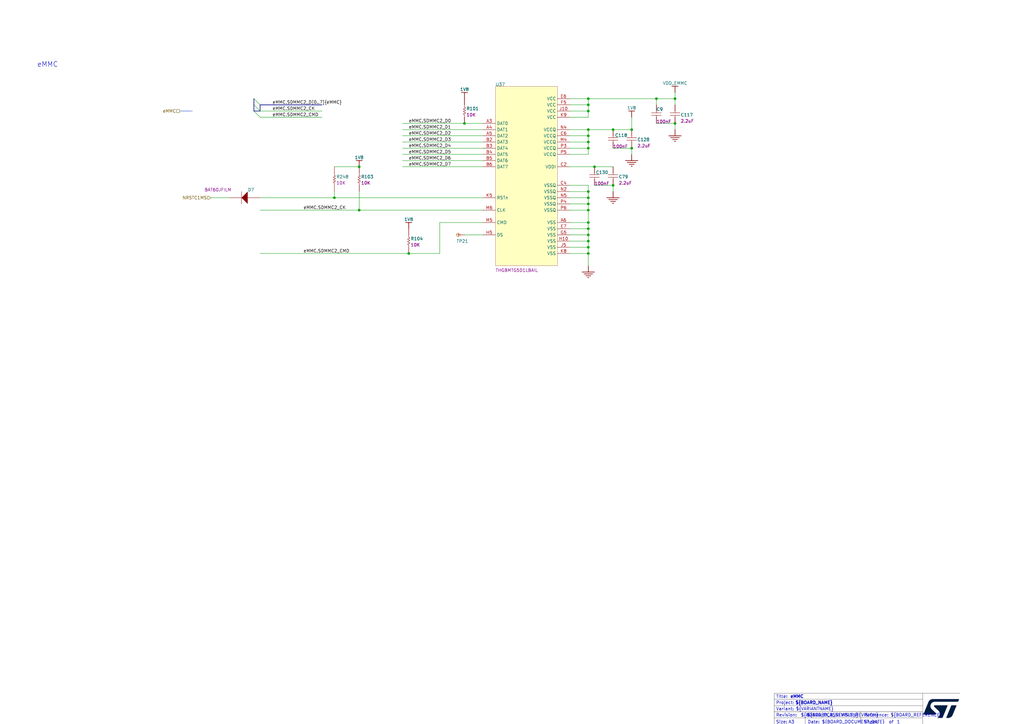
<source format=kicad_sch>
(kicad_sch (version 20250114) (generator "eeschema") (generator_version "9.0")
  (paper "A3")
  (title_block (title "eMMC") (date "Not used") (rev "Not used") (company "STMicroelectronics"))
  (lib_symbols
    (symbol "MCD_PARTS_database:root_0_BAT60JFILM_MCD_PARTS_database.DbLib" (pin_numbers (hide yes)) (pin_names (hide yes))
      (symbol "root_0_BAT60JFILM_MCD_PARTS_database.DbLib_1_0"
        (polyline (pts (xy -2.54 0) (xy -2.54 5.08)))
        (polyline (pts (xy 0 5.08) (xy -2.54 2.54) (xy 0 0) (xy 0 5.08)) (stroke (width -0.0001)) (fill (type outline)))
        (pin passive line (at -7.62 2.54 0) (length 5.08) (name "K") (number "2"))
        (pin passive line (at 5.08 2.54 180) (length 5.08) (name "A") (number "1"))
      )
    )
    (symbol "MCD_PARTS_database:root_0_eMMC_THGBMTG5D1LBAIL_MCD_PARTS_database.DbLib"
      (symbol "root_0_eMMC_THGBMTG5D1LBAIL_MCD_PARTS_database.DbLib_1_0"
        (rectangle (start 25.4 0) (end 0 -73.66) (stroke (width 0.0254) (color 128 0 0 1)) (fill (type background)))
        (pin passive line (at -5.08 -15.24 0) (length 5.08) (name "DAT0") (number "A3"))
        (pin passive line (at -5.08 -17.78 0) (length 5.08) (name "DAT1") (number "A4"))
        (pin passive line (at -5.08 -20.32 0) (length 5.08) (name "DAT2") (number "A5"))
        (pin passive line (at -5.08 -22.86 0) (length 5.08) (name "DAT3") (number "B2"))
        (pin passive line (at -5.08 -25.4 0) (length 5.08) (name "DAT4") (number "B3"))
        (pin passive line (at -5.08 -27.94 0) (length 5.08) (name "DAT5") (number "B4"))
        (pin passive line (at -5.08 -30.48 0) (length 5.08) (name "DAT6") (number "B5"))
        (pin passive line (at -5.08 -33.02 0) (length 5.08) (name "DAT7") (number "B6"))
        (pin input line (at -5.08 -45.72 0) (length 5.08) (name "RSTn") (number "K5"))
        (pin input line (at -5.08 -50.8 0) (length 5.08) (name "CLK") (number "M6"))
        (pin passive line (at -5.08 -55.88 0) (length 5.08) (name "CMD") (number "M5"))
        (pin output line (at -5.08 -60.96 0) (length 5.08) (name "DS") (number "H5"))
        (pin passive line (at 30.48 -5.08 180) (length 5.08) (name "VCC") (number "E6"))
        (pin passive line (at 30.48 -7.62 180) (length 5.08) (name "VCC") (number "F5"))
        (pin passive line (at 30.48 -10.16 180) (length 5.08) (name "VCC") (number "J10"))
        (pin passive line (at 30.48 -12.7 180) (length 5.08) (name "VCC") (number "K9"))
        (pin passive line (at 30.48 -17.78 180) (length 5.08) (name "VCCQ") (number "N4"))
        (pin passive line (at 30.48 -20.32 180) (length 5.08) (name "VCCQ") (number "C6"))
        (pin passive line (at 30.48 -22.86 180) (length 5.08) (name "VCCQ") (number "M4"))
        (pin passive line (at 30.48 -25.4 180) (length 5.08) (name "VCCQ") (number "P3"))
        (pin passive line (at 30.48 -27.94 180) (length 5.08) (name "VCCQ") (number "P5"))
        (pin passive line (at 30.48 -33.02 180) (length 5.08) (name "VDDI") (number "C2"))
        (pin passive line (at 30.48 -40.64 180) (length 5.08) (name "VSSQ") (number "C4"))
        (pin passive line (at 30.48 -43.18 180) (length 5.08) (name "VSSQ") (number "N2"))
        (pin passive line (at 30.48 -45.72 180) (length 5.08) (name "VSSQ") (number "N5"))
        (pin passive line (at 30.48 -48.26 180) (length 5.08) (name "VSSQ") (number "P4"))
        (pin passive line (at 30.48 -50.8 180) (length 5.08) (name "VSSQ") (number "P6"))
        (pin passive line (at 30.48 -55.88 180) (length 5.08) (name "VSS") (number "A6"))
        (pin passive line (at 30.48 -58.42 180) (length 5.08) (name "VSS") (number "E7"))
        (pin passive line (at 30.48 -60.96 180) (length 5.08) (name "VSS") (number "G5"))
        (pin passive line (at 30.48 -63.5 180) (length 5.08) (name "VSS") (number "H10"))
        (pin passive line (at 30.48 -66.04 180) (length 5.08) (name "VSS") (number "J5"))
        (pin passive line (at 30.48 -68.58 180) (length 5.08) (name "VSS") (number "K8"))
      )
    )
    (symbol "MCD_PARTS_database:root_1_Capacitor_MCD_PARTS_database.DbLib" (pin_numbers (hide yes)) (pin_names (hide yes))
      (symbol "root_1_Capacitor_MCD_PARTS_database.DbLib_1_0"
        (polyline (pts (xy 0.508 1.778) (xy 4.572 1.778)))
        (polyline (pts (xy 2.54 2.54) (xy 2.54 1.778)))
        (polyline (pts (xy 2.54 0) (xy 2.54 0.762)))
        (polyline (pts (xy 4.572 0.762) (xy 0.508 0.762)))
        (pin passive line (at 2.54 5.08 270) (length 2.54) (name "2") (number "2"))
        (pin passive line (at 2.54 -2.54 90) (length 2.54) (name "1") (number "1"))
      )
    )
    (symbol "MCD_PARTS_database:root_1_Resistor_MCD_PARTS_database.DbLib" (pin_numbers (hide yes)) (pin_names (hide yes))
      (symbol "root_1_Resistor_MCD_PARTS_database.DbLib_1_0"
        (polyline (pts (xy 2.54 5.08) (xy 2.54 4.064) (xy 3.048 3.81) (xy 2.032 3.302) (xy 3.048 2.794) (xy 2.032 2.286) (xy 3.048 1.778) (xy 2.032 1.27) (xy 2.54 1.016) (xy 2.54 0)))
        (pin passive line (at 2.54 7.62 270) (length 2.54) (name "2") (number "2"))
        (pin passive line (at 2.54 -2.54 90) (length 2.54) (name "1") (number "1"))
      )
    )
    (symbol "MCD_PARTS_database:root_2_Test Point_MCD_PARTS_database.DbLib" (pin_numbers (hide yes)) (pin_names (hide yes))
      (symbol "root_2_Test Point_MCD_PARTS_database.DbLib_1_0"
        (bezier (pts (xy -0.762 0) (xy -0.762 0) (xy -0.4209 0) (xy 0 0)) (stroke (width 0.0254)) (fill (type background)))
        (bezier (pts (xy 0 0.762) (xy 0 0.762) (xy 0 0.4208) (xy 0 0)) (stroke (width 0.0254)) (fill (type background)))
        (bezier (pts (xy 0 0) (xy -0.4209 0) (xy -0.762 0) (xy -0.762 0)) (stroke (width 0.0254)) (fill (type background)))
        (bezier (pts (xy 0 0) (xy 0 0.4208) (xy 0 0.762) (xy 0 0.762)) (stroke (width 0.0254)) (fill (type background)))
        (polyline (pts (xy 0 0) (xy 0 0.762) (xy 0 0) (xy 0 -0.762) (xy 0 0)) (stroke (width -0.0001)) (fill (type background)))
        (bezier (pts (xy 0 0) (xy 0 -0.4209) (xy 0 -0.762) (xy 0 -0.762)) (stroke (width 0.0254)) (fill (type background)))
        (circle (center 0 0) (radius 0.762) (stroke (width 0.0254)) (fill (type background)))
        (bezier (pts (xy 0 0) (xy 0.4208 0) (xy 0.762 0) (xy 0.762 0)) (stroke (width 0.0254)) (fill (type background)))
        (bezier (pts (xy 0 -0.762) (xy 0 -0.762) (xy 0 -0.4209) (xy 0 0)) (stroke (width 0.0254)) (fill (type background)))
        (polyline (pts (xy 0.762 0) (xy 0 0) (xy -0.762 0) (xy 0 0) (xy 0.762 0)) (stroke (width -0.0001)) (fill (type background)))
        (bezier (pts (xy 0.762 0) (xy 0.762 0) (xy 0.4208 0) (xy 0 0)) (stroke (width 0.0254)) (fill (type background)))
        (pin passive line (at 2.54 0 180) (length 2.54) (name "1") (number "1"))
      )
    )
    (symbol "STM32MP25XXAK with 2 DDR4-altium-import:1V8_BAR" (power)
      (property "Value" "1V8" (at 0 -3.81 0))
      (symbol "1V8_BAR_0_0"
        (polyline (pts (xy -1.27 -2.54) (xy 1.27 -2.54)) (stroke (width 0.254)))
        (polyline (pts (xy 0 0) (xy 0 -2.54)) (stroke (width 0.254)))
        (pin power_in line (at 0 0 0) (length 0) (hide yes) (name "1V8") (number ""))
      )
    )
    (symbol "STM32MP25XXAK with 2 DDR4-altium-import:GND_POWER_GROUND" (power)
      (property "Value" "GND" (at 0 -6.35 0))
      (symbol "GND_POWER_GROUND_0_0"
        (polyline (pts (xy -2.54 -2.54) (xy 2.54 -2.54)) (stroke (width 0.254)))
        (polyline (pts (xy -1.778 -3.302) (xy 1.778 -3.302)) (stroke (width 0.254)))
        (polyline (pts (xy -1.016 -4.064) (xy 1.016 -4.064)) (stroke (width 0.254)))
        (polyline (pts (xy -0.254 -4.826) (xy 0.254 -4.826)) (stroke (width 0.254)))
        (polyline (pts (xy 0 0) (xy 0 -2.54)) (stroke (width 0.254)))
        (pin power_in line (at 0 0 0) (length 0) (hide yes) (name "GND") (number ""))
      )
    )
    (symbol "STM32MP25XXAK with 2 DDR4-altium-import:VDD_EMMC_BAR" (power)
      (property "Value" "VDD_EMMC" (at 0 -3.81 0))
      (symbol "VDD_EMMC_BAR_0_0"
        (polyline (pts (xy -1.27 -2.54) (xy 1.27 -2.54)) (stroke (width 0.254)))
        (polyline (pts (xy 0 0) (xy 0 -2.54)) (stroke (width 0.254)))
        (pin power_in line (at 0 0 0) (length 0) (hide yes) (name "VDD_EMMC") (number ""))
      )
    )
    (symbol "root_1_Capacitor_MCD_PARTS_database.DbLib_1" (pin_numbers (hide yes)) (pin_names (hide yes))
      (symbol "root_1_Capacitor_MCD_PARTS_database.DbLib_1_1_0"
        (polyline (pts (xy 0.508 1.778) (xy 4.572 1.778)))
        (polyline (pts (xy 2.54 2.54) (xy 2.54 1.778)))
        (polyline (pts (xy 2.54 0) (xy 2.54 0.762)))
        (polyline (pts (xy 4.572 0.762) (xy 0.508 0.762)))
        (pin passive line (at 2.54 5.08 270) (length 2.54) (name "2") (number "2"))
        (pin passive line (at 2.54 -2.54 90) (length 2.54) (name "1") (number "1"))
      )
    )
    (symbol "root_1_Capacitor_MCD_PARTS_database.DbLib_2" (pin_numbers (hide yes)) (pin_names (hide yes))
      (symbol "root_1_Capacitor_MCD_PARTS_database.DbLib_2_1_0"
        (polyline (pts (xy 0.508 1.778) (xy 4.572 1.778)))
        (polyline (pts (xy 2.54 2.54) (xy 2.54 1.778)))
        (polyline (pts (xy 2.54 0) (xy 2.54 0.762)))
        (polyline (pts (xy 4.572 0.762) (xy 0.508 0.762)))
        (pin passive line (at 2.54 5.08 270) (length 2.54) (name "2") (number "2"))
        (pin passive line (at 2.54 -2.54 90) (length 2.54) (name "1") (number "1"))
      )
    )
    (symbol "root_1_Capacitor_MCD_PARTS_database.DbLib_3" (pin_numbers (hide yes)) (pin_names (hide yes))
      (symbol "root_1_Capacitor_MCD_PARTS_database.DbLib_3_1_0"
        (polyline (pts (xy 0.508 1.778) (xy 4.572 1.778)))
        (polyline (pts (xy 2.54 2.54) (xy 2.54 1.778)))
        (polyline (pts (xy 2.54 0) (xy 2.54 0.762)))
        (polyline (pts (xy 4.572 0.762) (xy 0.508 0.762)))
        (pin passive line (at 2.54 5.08 270) (length 2.54) (name "2") (number "2"))
        (pin passive line (at 2.54 -2.54 90) (length 2.54) (name "1") (number "1"))
      )
    )
  )
  (bus_alias "eMMC" (members "SDMMC2_CK" "SDMMC2_CMD" "SDMMC2_D[0..7]"))
  (text "Project:" (at 318.262 289.1282 0) (effects (font (size 1.27 1.27)) (justify left bottom)))
  (text "${#}" (at 361.188 297.0022 0) (effects (font (size 1.27 1.27)) (justify left bottom)))
  (text "${TITLE}" (at 324.104 286.5882 0) (effects (font (size 1.27 1.27) (thickness 0.254) (bold yes)) (justify left bottom)))
  (text "Size:" (at 318.262 297.0022 0) (effects (font (size 1.27 1.27)) (justify left bottom)))
  (text "Reference:" (at 354.33 294.2082 0) (effects (font (size 1.27 1.27)) (justify left bottom)))
  (text "Variant:" (at 318.262 291.6682 0) (effects (font (size 1.27 1.27)) (justify left bottom)))
  (text "${BOARD_PCB_REVISION}" (at 328.422 294.2082 0) (effects (font (size 1.27 1.27)) (justify left bottom)))
  (text "-" (at 330.2 294.2082 0) (effects (font (size 1.27 1.27)) (justify left bottom)))
  (text "${VARIANTNAME}" (at 326.39 291.6682 0) (effects (font (size 1.27 1.27)) (justify left bottom)))
  (text "Sheet:" (at 354.33 297.0022 0) (effects (font (size 1.27 1.27)) (justify left bottom)))
  (text "${BOARD_DOCUMENT_DATE}" (at 337.058 297.0022 0) (effects (font (size 1.27 1.27)) (justify left bottom)))
  (text "Title:" (at 318.262 286.5882 0) (effects (font (size 1.27 1.27)) (justify left bottom)))
  (text "Date:" (at 331.216 297.0022 0) (effects (font (size 1.27 1.27)) (justify left bottom)))
  (text "Revision:" (at 318.262 294.2082 0) (effects (font (size 1.27 1.27)) (justify left bottom)))
  (text "${##}" (at 367.792 297.0022 0) (effects (font (size 1.27 1.27)) (justify left bottom)))
  (text "${BOARD_NAME}" (at 326.136 289.1282 0) (effects (font (size 1.27 1.27) (thickness 0.254) (bold yes)) (justify left bottom)))
  (text "eMMC" (at 15.24 27.7622 0) (effects (font (size 2.032 2.032)) (justify left bottom)))
  (text "${BOARD_REFERENCE}" (at 365.252 294.2082 0) (effects (font (size 1.27 1.27)) (justify left bottom)))
  (text "${BOARD_ASSEMBLY_REVISION}" (at 330.962 294.2082 0) (effects (font (size 1.27 1.27)) (justify left bottom)))
  (text "of" (at 364.49 297.0022 0) (effects (font (size 1.27 1.27)) (justify left bottom)))
  (text "A3" (at 323.342 297.0022 0) (effects (font (size 1.27 1.27)) (justify left bottom)))
  (junction (at 241.3 86.1822))
  (junction (at 251.46 53.1622))
  (junction (at 241.3 91.2622))
  (junction (at 241.3 83.6422))
  (junction (at 259.08 60.7822))
  (junction (at 241.3 98.8822))
  (junction (at 241.3 53.1622))
  (junction (at 241.3 103.9622))
  (junction (at 269.24 40.4622))
  (junction (at 137.16 81.1022))
  (junction (at 241.3 60.7822))
  (junction (at 147.32 68.4022))
  (junction (at 147.32 86.1822))
  (junction (at 276.86 40.4622))
  (junction (at 251.46 76.0222))
  (junction (at 241.3 43.0022))
  (junction (at 276.86 50.6222))
  (junction (at 241.3 81.1022))
  (junction (at 241.3 58.2422))
  (junction (at 241.3 40.4622))
  (junction (at 241.3 45.5422))
  (junction (at 241.3 101.4222))
  (junction (at 167.64 103.9622))
  (junction (at 259.08 53.1622))
  (junction (at 241.3 96.3422))
  (junction (at 241.3 78.5622))
  (junction (at 241.3 93.8022))
  (junction (at 190.5 50.6222))
  (junction (at 241.3 55.7022))
  (junction (at 243.84 68.4022))
  (bus_entry (at 106.68 48.0822) (size -2.54 -2.54))
  (bus_entry (at 106.68 43.0022) (size -2.54 -2.54))
  (bus_entry (at 106.68 45.5422) (size -2.54 -2.54))
  (wire (pts (xy 86.36 81.1022) (xy 93.98 81.1022)))
  (wire (pts (xy 147.32 68.4022) (xy 137.16 68.4022)))
  (wire (pts (xy 269.24 50.6222) (xy 276.86 50.6222)))
  (wire (pts (xy 241.3 83.6422) (xy 241.3 86.1822)))
  (wire (pts (xy 276.86 43.0022) (xy 276.86 40.4622)))
  (wire (pts (xy 241.3 43.0022) (xy 233.68 43.0022)))
  (wire (pts (xy 233.68 101.4222) (xy 241.3 101.4222)))
  (bus (pts (xy 78.74 45.5422) (xy 73.66 45.5422)) (stroke (width 0.508) (color 173 188 231 1)))
  (wire (pts (xy 137.16 81.1022) (xy 106.68 81.1022)))
  (wire (pts (xy 241.3 40.4622) (xy 241.3 43.0022)))
  (polyline (pts (xy 393.7 284.3022) (xy 317.5 284.3022)) (stroke (width 0.0254) (type solid) (color 0 0 0 1)))
  (wire (pts (xy 167.64 103.9622) (xy 106.68 103.9622)))
  (wire (pts (xy 233.68 76.0222) (xy 241.3 76.0222)))
  (wire (pts (xy 241.3 53.1622) (xy 251.46 53.1622)))
  (wire (pts (xy 198.12 63.3222) (xy 165.1 63.3222)))
  (wire (pts (xy 190.5 50.6222) (xy 165.1 50.6222)))
  (wire (pts (xy 241.3 55.7022) (xy 233.68 55.7022)))
  (wire (pts (xy 241.3 63.3222) (xy 241.3 60.7822)))
  (wire (pts (xy 241.3 60.7822) (xy 241.3 58.2422)))
  (wire (pts (xy 198.12 68.4022) (xy 165.1 68.4022)))
  (wire (pts (xy 241.3 58.2422) (xy 233.68 58.2422)))
  (polyline (pts (xy 317.5 289.3822) (xy 378.46 289.3822)) (stroke (width 0.0254) (type solid) (color 0 0 0 1)))
  (wire (pts (xy 241.3 78.5622) (xy 241.3 81.1022)))
  (wire (pts (xy 190.5 96.3422) (xy 198.12 96.3422)))
  (wire (pts (xy 198.12 53.1622) (xy 165.1 53.1622)))
  (wire (pts (xy 233.68 98.8822) (xy 241.3 98.8822)))
  (wire (pts (xy 269.24 40.4622) (xy 269.24 43.0022)))
  (wire (pts (xy 180.34 103.9622) (xy 167.64 103.9622)))
  (wire (pts (xy 233.68 63.3222) (xy 241.3 63.3222)))
  (wire (pts (xy 241.3 45.5422) (xy 233.68 45.5422)))
  (wire (pts (xy 276.86 40.4622) (xy 276.86 37.9222)))
  (wire (pts (xy 241.3 55.7022) (xy 241.3 53.1622)))
  (bus (pts (xy 104.14 45.5422) (xy 104.14 43.0022)) (stroke (width 0.254)))
  (wire (pts (xy 241.3 43.0022) (xy 241.3 45.5422)))
  (polyline (pts (xy 317.5 294.4622) (xy 378.46 294.4622)) (stroke (width 0.0254) (type solid) (color 0 0 0 1)))
  (wire (pts (xy 106.68 48.0822) (xy 132.08 48.0822)))
  (wire (pts (xy 198.12 86.1822) (xy 147.32 86.1822)))
  (wire (pts (xy 251.46 53.1622) (xy 259.08 53.1622)))
  (wire (pts (xy 198.12 58.2422) (xy 165.1 58.2422)))
  (wire (pts (xy 241.3 45.5422) (xy 241.3 48.0822)))
  (wire (pts (xy 241.3 81.1022) (xy 241.3 83.6422)))
  (wire (pts (xy 251.46 76.0222) (xy 251.46 78.5622)))
  (wire (pts (xy 241.3 76.0222) (xy 241.3 78.5622)))
  (wire (pts (xy 243.84 76.0222) (xy 251.46 76.0222)))
  (wire (pts (xy 147.32 86.1822) (xy 106.68 86.1822)))
  (wire (pts (xy 180.34 91.2622) (xy 180.34 103.9622)))
  (wire (pts (xy 198.12 60.7822) (xy 165.1 60.7822)))
  (wire (pts (xy 198.12 65.8622) (xy 165.1 65.8622)))
  (wire (pts (xy 137.16 78.5622) (xy 137.16 81.1022)))
  (polyline (pts (xy 330.2 294.4622) (xy 330.2 297.0022)) (stroke (width 0.0254) (type solid) (color 0 0 0 1)))
  (bus (pts (xy 106.68 45.5422) (xy 106.68 43.0022)) (stroke (width 0.254)))
  (wire (pts (xy 241.3 60.7822) (xy 233.68 60.7822)))
  (polyline (pts (xy 353.06 291.9222) (xy 353.06 297.0022)) (stroke (width 0.0254) (type solid) (color 0 0 0 1)))
  (wire (pts (xy 241.3 86.1822) (xy 233.68 86.1822)))
  (wire (pts (xy 241.3 86.1822) (xy 241.3 91.2622)))
  (wire (pts (xy 198.12 55.7022) (xy 165.1 55.7022)))
  (polyline (pts (xy 317.5 291.9222) (xy 378.46 291.9222)) (stroke (width 0.0254) (type solid) (color 0 0 0 1)))
  (bus (pts (xy 106.68 43.0022) (xy 132.08 43.0022)) (stroke (width 0.254)))
  (wire (pts (xy 241.3 83.6422) (xy 233.68 83.6422)))
  (wire (pts (xy 241.3 53.1622) (xy 233.68 53.1622)))
  (wire (pts (xy 251.46 60.7822) (xy 259.08 60.7822)))
  (polyline (pts (xy 378.46 284.3022) (xy 378.46 297.0022)) (stroke (width 0.0254) (type solid) (color 0 0 0 1)))
  (wire (pts (xy 106.68 45.5422) (xy 132.08 45.5422)))
  (polyline (pts (xy 317.5 284.3022) (xy 317.5 297.0022)) (stroke (width 0.0254) (type solid) (color 0 0 0 1)))
  (wire (pts (xy 269.24 40.4622) (xy 276.86 40.4622)))
  (wire (pts (xy 241.3 96.3422) (xy 233.68 96.3422)))
  (wire (pts (xy 259.08 60.7822) (xy 259.08 63.3222)))
  (wire (pts (xy 243.84 68.4022) (xy 251.46 68.4022)))
  (wire (pts (xy 241.3 91.2622) (xy 241.3 93.8022)))
  (wire (pts (xy 233.68 68.4022) (xy 243.84 68.4022)))
  (wire (pts (xy 276.86 50.6222) (xy 276.86 53.1622)))
  (wire (pts (xy 241.3 93.8022) (xy 233.68 93.8022)))
  (wire (pts (xy 233.68 40.4622) (xy 241.3 40.4622)))
  (wire (pts (xy 241.3 93.8022) (xy 241.3 96.3422)))
  (bus (pts (xy 104.14 43.0022) (xy 104.14 40.4622)) (stroke (width 0.254)))
  (wire (pts (xy 233.68 103.9622) (xy 241.3 103.9622)))
  (wire (pts (xy 241.3 103.9622) (xy 241.3 101.4222)))
  (polyline (pts (xy 378.46 286.8422) (xy 317.5 286.8422)) (stroke (width 0.0254) (type solid) (color 0 0 0 1)))
  (wire (pts (xy 241.3 78.5622) (xy 233.68 78.5622)))
  (wire (pts (xy 259.08 53.1622) (xy 259.08 48.0822)))
  (wire (pts (xy 241.3 103.9622) (xy 241.3 109.0422)))
  (wire (pts (xy 198.12 81.1022) (xy 137.16 81.1022)))
  (wire (pts (xy 241.3 101.4222) (xy 241.3 98.8822)))
  (bus (pts (xy 104.14 45.5422) (xy 106.68 45.5422)) (stroke (width 0.254)))
  (wire (pts (xy 241.3 58.2422) (xy 241.3 55.7022)))
  (wire (pts (xy 198.12 50.6222) (xy 190.5 50.6222)))
  (wire (pts (xy 241.3 98.8822) (xy 241.3 96.3422)))
  (wire (pts (xy 198.12 91.2622) (xy 180.34 91.2622)))
  (wire (pts (xy 241.3 40.4622) (xy 269.24 40.4622)))
  (wire (pts (xy 241.3 81.1022) (xy 233.68 81.1022)))
  (wire (pts (xy 233.68 91.2622) (xy 241.3 91.2622)))
  (wire (pts (xy 241.3 48.0822) (xy 233.68 48.0822)))
  (wire (pts (xy 147.32 78.5622) (xy 147.32 86.1822)))
  (image (at 386.042 290.6347) (scale 0.137898))
  (label "eMMC.SDMMC2_CMD" (at 111.76 48.0822 0))
  (label "eMMC.SDMMC2_D0" (at 167.64 50.6222 0))
  (label "eMMC.SDMMC2_D7" (at 167.64 68.4022 0))
  (label "eMMC.SDMMC2_D5" (at 167.64 63.3222 0))
  (label "eMMC.SDMMC2_CK" (at 124.46 86.1822 0))
  (label "eMMC.SDMMC2_CK" (at 111.76 45.5422 0))
  (label "eMMC.SDMMC2_D3" (at 167.64 58.2422 0))
  (label "eMMC.SDMMC2_D6" (at 167.64 65.8622 0))
  (label "eMMC.SDMMC2_D2" (at 167.64 55.7022 0))
  (label "eMMC.SDMMC2_D1" (at 167.64 53.1622 0))
  (label "eMMC.SDMMC2_CMD" (at 124.46 103.9622 0))
  (label "eMMC.SDMMC2_D4" (at 167.64 60.7822 0))
  (label "eMMC.SDMMC2_D[0..7]{eMMC}" (at 111.76 43.0022 0))
  (hierarchical_label "eMMC" (shape passive) (at 73.66 45.5422 180))
  (hierarchical_label "NRSTC1MS" (shape input) (at 86.36 81.1022 180))
  (symbol (lib_id "MCD_PARTS_database:root_0_eMMC_THGBMTG5D1LBAIL_MCD_PARTS_database.DbLib") (at 203.2 35.3822 0) (unit 1)
    (property "Reference" "U37" (at 203.2 35.3822 0) (effects (justify left bottom)))
    (property "Value" "eMMC_THGBMTG5D1LBAIL" (effects (hide yes)))
    (property "Footprint" "ICC_P-WFBGA153_13X11P5_P050" (effects (hide yes)))
    (property "Description" "Memory, eMMC, 4GB, 15nm ,WFBGA , 153 pins" (effects (hide yes)))
    (property "INTERNAL_PART_NUMBER" "MCD-02799" (effects (hide yes)))
    (property "ALTIUM_VALUE" "THGBMTG5D1LBAIL" (at 203.2 111.5822 0) (effects (justify left bottom)))
    (property "STATUS" "Checked" (effects (hide yes)))
    (property "PART_TYPE" "IC" (effects (hide yes)))
    (property "PART_PREFERENCE" "Recommended" (effects (hide yes)))
    (property "MANUFACTURER" "KIOXIA" (effects (hide yes)))
    (property "MANUFACTURER_PART_NUMBER" "THGBMTG5D1LBAIL" (effects (hide yes)))
    (property "PACKAGE" "WFBGA153" (effects (hide yes)))
    (property "COMPONENTLINK1URL" "http://tunmcdsvn.tun.st.com/Component_Documentation_Library/Trunk/IC/KIOXIA_THGBMTG5D1LBAIL" (effects (hide yes)))
    (property "ORDER_CODE_DIGIKEY" "N/A" (effects (hide yes)))
    (property "ORDER_CODE_FARNELL" "N/A" (effects (hide yes)))
    (property "ORDER_CODE_RS" "N/A" (effects (hide yes)))
    (property "SHOWFIELDS" "YES" (effects (hide yes)))
    (property "ID" "4911" (effects (hide yes)))
    (property "COMPONENT_COUNTRY_OF_ORIGIN" "Unknown" (effects (hide yes)))
  )
  (symbol (lib_id "STM32MP25XXAK with 2 DDR4-altium-import:1V8_BAR") (at 190.5 40.4622 180) (unit 1)
    (property "Reference" "#PWR?" (effects (hide yes)))
    (property "Value" "1V8" (at 190.5 36.6522 0))
  )
  (symbol (lib_name "root_1_Capacitor_MCD_PARTS_database.DbLib_1") (lib_id "MCD_PARTS_database:root_1_Capacitor_MCD_PARTS_database.DbLib") (at 248.92 73.4822 0) (unit 1)
    (property "Reference" "C79" (at 253.746 73.2282 0) (effects (justify left bottom)))
    (property "Value" "Capacitor" (effects (hide yes)))
    (property "Footprint" "C0402" (effects (hide yes)))
    (property "Description" "Capacitor, MLCC, 2.2uF, 6.3V, X5R, +/-10%, 0402, T=0.5mm" (effects (hide yes)))
    (property "INTERNAL_PART_NUMBER" "MCD-02606" (effects (hide yes)))
    (property "ALTIUM_VALUE" "2.2uF" (at 253.746 75.7682 0) (effects (justify left bottom)))
    (property "STATUS" "Checked" (effects (hide yes)))
    (property "PART_TYPE" "Capacitor" (effects (hide yes)))
    (property "PART_PREFERENCE" "Recommended" (effects (hide yes)))
    (property "MANUFACTURER" "YAGEO" (effects (hide yes)))
    (property "MANUFACTURER_PART_NUMBER" "CC0402KRX5R5BB225" (effects (hide yes)))
    (property "PACKAGE" "0402" (effects (hide yes)))
    (property "COMPONENTLINK1URL" "http://tunmcdsvn.tun.st.com/Component_Documentation_Library/Trunk/Capacitor/YAGEO_X5R_Series" (effects (hide yes)))
    (property "ORDER_CODE_DIGIKEY" "311-1682-2-ND" (effects (hide yes)))
    (property "ORDER_CODE_FARNELL" "3366429" (effects (hide yes)))
    (property "ORDER_CODE_RS" "1992205" (effects (hide yes)))
    (property "SHOWFIELDS" "YES" (effects (hide yes)))
    (property "ID" "4712" (effects (hide yes)))
    (property "COMPONENT_COUNTRY_OF_ORIGIN" "China°" (effects (hide yes)))
  )
  (symbol (lib_id "STM32MP25XXAK with 2 DDR4-altium-import:VDD_EMMC_BAR") (at 276.86 37.9222 180) (unit 1)
    (property "Reference" "#PWR?" (effects (hide yes)))
    (property "Value" "VDD_EMMC" (at 276.86 34.1122 0))
  )
  (symbol (lib_id "STM32MP25XXAK with 2 DDR4-altium-import:GND_POWER_GROUND") (at 259.08 63.3222 0) (unit 1)
    (property "Reference" "#PWR?" (effects (hide yes)))
    (property "Value" "GND" (effects (hide yes)))
  )
  (symbol (lib_id "STM32MP25XXAK with 2 DDR4-altium-import:GND_POWER_GROUND") (at 241.3 109.0422 0) (unit 1)
    (property "Reference" "#PWR?" (effects (hide yes)))
    (property "Value" "GND" (effects (hide yes)))
  )
  (symbol (lib_id "MCD_PARTS_database:root_1_Capacitor_MCD_PARTS_database.DbLib") (at 241.3 73.4822 0) (unit 1)
    (property "Reference" "C130" (at 244.348 71.4502 0) (effects (justify left bottom)))
    (property "Value" "Capacitor" (effects (hide yes)))
    (property "Footprint" "C0402" (effects (hide yes)))
    (property "Description" "Capacitor, MLCC, 100nF, 16V, X7R, +/-10%, 0402, T=0.5mm" (effects (hide yes)))
    (property "INTERNAL_PART_NUMBER" "MCD-00006" (effects (hide yes)))
    (property "ALTIUM_VALUE" "100nF" (at 243.84 76.0222 0) (effects (justify left bottom)))
    (property "STATUS" "Released" (effects (hide yes)))
    (property "PART_PREFERENCE" "Recommended" (effects (hide yes)))
    (property "PART_TYPE" "Capacitor" (effects (hide yes)))
    (property "MANUFACTURER" "YAGEO" (effects (hide yes)))
    (property "MANUFACTURER_PART_NUMBER" "CC0402KRX7R7BB104" (effects (hide yes)))
    (property "ALTERNATE_MANUFACTURER" "MURATA" (effects (hide yes)))
    (property "ALTERNATE_MANUFACTURER_PART_NUMBER" "GCM155R71C104KA55D" (effects (hide yes)))
    (property "PACKAGE" "0402" (effects (hide yes)))
    (property "COMPONENTLINK1DESCRIPTION" "Datasheet" (effects (hide yes)))
    (property "COMPONENTLINK1URL" "http://tunmcdsvn.tun.st.com/Component_Documentation_Library/Trunk/Capacitor/YAGEO_X7R_Series" (effects (hide yes)))
    (property "ORDER_CODE_DIGIKEY" "311-1338-1-ND" (effects (hide yes)))
    (property "ORDER_CODE_FARNELL" "9402047" (effects (hide yes)))
    (property "ORDER_CODE_RS" "616-9701" (effects (hide yes)))
    (property "COMPONENT_COUNTRY_OF_ORIGIN" "China" (effects (hide yes)))
    (property "ALTERNATE_EMS" "M" (effects (hide yes)))
    (property "ID" "2474" (effects (hide yes)))
    (property "SHOWFIELDS" "YES" (effects (hide yes)))
    (property "PARTIAL_ALTERNATE_INTERNAL_PART_NUMBER" "MCD-03299" (effects (hide yes)))
  )
  (symbol (lib_id "STM32MP25XXAK with 2 DDR4-altium-import:GND_POWER_GROUND") (at 251.46 78.5622 0) (unit 1)
    (property "Reference" "#PWR?" (effects (hide yes)))
    (property "Value" "GND" (effects (hide yes)))
  )
  (symbol (lib_id "MCD_PARTS_database:root_0_BAT60JFILM_MCD_PARTS_database.DbLib") (at 101.6 83.6422 0) (unit 1)
    (property "Reference" "D7" (at 101.6 78.5622 0) (effects (justify left bottom)))
    (property "Value" "BAT60JFILM" (effects (hide yes)))
    (property "Footprint" "DIO_SOD323" (effects (hide yes)))
    (property "Description" "BAT60JFILM" (effects (hide yes)))
    (property "INTERNAL_PART_NUMBER" "MCD-00034" (effects (hide yes)))
    (property "ALTIUM_VALUE" "BAT60JFILM" (at 83.82 78.5622 0) (effects (justify left bottom)))
    (property "BMS_PART_NUMBER" "9151097" (effects (hide yes)))
    (property "STATUS" "Released" (effects (hide yes)))
    (property "PART_TYPE" "Diode" (effects (hide yes)))
    (property "PART_PREFERENCE" "Recommended" (effects (hide yes)))
    (property "MANUFACTURER" "STMICROELECTRONICS" (effects (hide yes)))
    (property "MANUFACTURER_PART_NUMBER" "BAT60JFILM" (effects (hide yes)))
    (property "COMPONENTLINK1URL" "http://tunmcdsvn.tun.st.com/Component_Datasheet_Library/Trunk/Diodes/STM_Diode_BAT60JFILM-SOD323" (effects (hide yes)))
    (property "COMPONENT_COUNTRY_OF_ORIGIN" "China" (effects (hide yes)))
    (property "MANUFACTURER_HQ_COO" "EU" (effects (hide yes)))
    (property "SHOWFIELDS" "YES" (effects (hide yes)))
    (property "ID" "2483" (effects (hide yes)))
  )
  (symbol (lib_id "MCD_PARTS_database:root_1_Resistor_MCD_PARTS_database.DbLib") (at 187.96 48.0822 0) (unit 1)
    (property "Reference" "R101" (at 191.262 45.2882 0) (effects (justify left bottom)))
    (property "Value" "Resistor" (effects (hide yes)))
    (property "Footprint" "R0402" (effects (hide yes)))
    (property "Description" "Resistor,10K,0402,1%,1/16W" (effects (hide yes)))
    (property "INTERNAL_PART_NUMBER" "MCD-00053" (effects (hide yes)))
    (property "ALTIUM_VALUE" "10K" (at 191.262 47.8282 0) (effects (justify left bottom)))
    (property "STATUS" "Released" (effects (hide yes)))
    (property "PART_TYPE" "Resistor" (effects (hide yes)))
    (property "MANUFACTURER_PART_NUMBER" "RC0402FR-0710KL" (effects (hide yes)))
    (property "MANUFACTURER" "YAGEO" (effects (hide yes)))
    (property "PACKAGE" "0402" (effects (hide yes)))
    (property "COMPONENTLINK1DESCRIPTION" "Datasheet" (effects (hide yes)))
    (property "COMPONENTLINK1URL" "http://tunmcdsvn.tun.st.com/Component_Documentation_Library/Trunk/Resistor/YAGEO_RC_L_Series" (effects (hide yes)))
    (property "ECCN_US" "EAR99" (effects (hide yes)))
    (property "ECCN_EU" "NEC" (effects (hide yes)))
    (property "PROVIDED_BY" "SUBCO" (effects (hide yes)))
    (property "BMS_PART_NUMBER" "9131590" (effects (hide yes)))
    (property "ORDER_CODE_DIGIKEY" "311-10.0KLRCT-ND" (effects (hide yes)))
    (property "ORDER_CODE_FARNELL" "9239359" (effects (hide yes)))
    (property "ORDER_CODE_RS" "N/A" (effects (hide yes)))
    (property "COMPONENT_COUNTRY_OF_ORIGIN" "China" (effects (hide yes)))
    (property "ID" "2539" (effects (hide yes)))
    (property "PART_PREFERENCE" "Recommended" (effects (hide yes)))
    (property "SHOWFIELDS" "YES" (effects (hide yes)))
  )
  (symbol (lib_id "STM32MP25XXAK with 2 DDR4-altium-import:GND_POWER_GROUND") (at 276.86 53.1622 0) (unit 1)
    (property "Reference" "#PWR?" (effects (hide yes)))
    (property "Value" "GND" (effects (hide yes)))
  )
  (symbol (lib_id "MCD_PARTS_database:root_1_Resistor_MCD_PARTS_database.DbLib") (at 144.78 76.0222 0) (unit 1)
    (property "Reference" "R103" (at 148.082 73.2282 0) (effects (justify left bottom)))
    (property "Value" "Resistor" (effects (hide yes)))
    (property "Footprint" "R0402" (effects (hide yes)))
    (property "Description" "Resistor,10K,0402,1%,1/16W" (effects (hide yes)))
    (property "INTERNAL_PART_NUMBER" "MCD-00053" (effects (hide yes)))
    (property "ALTIUM_VALUE" "10K" (at 148.082 75.7682 0) (effects (justify left bottom)))
    (property "STATUS" "Released" (effects (hide yes)))
    (property "PART_TYPE" "Resistor" (effects (hide yes)))
    (property "MANUFACTURER_PART_NUMBER" "RC0402FR-0710KL" (effects (hide yes)))
    (property "MANUFACTURER" "YAGEO" (effects (hide yes)))
    (property "PACKAGE" "0402" (effects (hide yes)))
    (property "COMPONENTLINK1DESCRIPTION" "Datasheet" (effects (hide yes)))
    (property "COMPONENTLINK1URL" "http://tunmcdsvn.tun.st.com/Component_Documentation_Library/Trunk/Resistor/YAGEO_RC_L_Series" (effects (hide yes)))
    (property "ECCN_US" "EAR99" (effects (hide yes)))
    (property "ECCN_EU" "NEC" (effects (hide yes)))
    (property "PROVIDED_BY" "SUBCO" (effects (hide yes)))
    (property "BMS_PART_NUMBER" "9131590" (effects (hide yes)))
    (property "ORDER_CODE_DIGIKEY" "311-10.0KLRCT-ND" (effects (hide yes)))
    (property "ORDER_CODE_FARNELL" "9239359" (effects (hide yes)))
    (property "ORDER_CODE_RS" "N/A" (effects (hide yes)))
    (property "COMPONENT_COUNTRY_OF_ORIGIN" "China" (effects (hide yes)))
    (property "ID" "2539" (effects (hide yes)))
    (property "PART_PREFERENCE" "Recommended" (effects (hide yes)))
    (property "SHOWFIELDS" "YES" (effects (hide yes)))
  )
  (symbol (lib_id "STM32MP25XXAK with 2 DDR4-altium-import:1V8_BAR") (at 259.08 48.0822 180) (unit 1)
    (property "Reference" "#PWR?" (effects (hide yes)))
    (property "Value" "1V8" (at 259.08 44.2722 0))
  )
  (symbol (lib_id "STM32MP25XXAK with 2 DDR4-altium-import:1V8_BAR") (at 147.32 68.4022 180) (unit 1)
    (property "Reference" "#PWR?" (effects (hide yes)))
    (property "Value" "1V8" (at 147.32 64.5922 0))
  )
  (symbol (lib_id "STM32MP25XXAK with 2 DDR4-altium-import:1V8_BAR") (at 167.64 93.8022 180) (unit 1)
    (property "Reference" "#PWR?" (effects (hide yes)))
    (property "Value" "1V8" (at 167.64 89.9922 0))
  )
  (symbol (lib_id "MCD_PARTS_database:root_2_Test Point_MCD_PARTS_database.DbLib") (at 187.96 96.3422 0) (unit 1)
    (property "Reference" "TP21" (at 187.198 99.6442 0) (effects (justify left bottom)))
    (property "Value" "Test Point" (effects (hide yes)))
    (property "Footprint" "TP_SMD_1MM" (effects (hide yes)))
    (property "Description" "Test Point 1mm" (effects (hide yes)))
    (property "INTERNAL_PART_NUMBER" "MCD-00074" (effects (hide yes)))
    (property "STATUS" "Released" (effects (hide yes)))
    (property "PART_TYPE" "Misc" (effects (hide yes)))
    (property "MANUFACTURER_PART_NUMBER" "n/a" (effects (hide yes)))
    (property "MANUFACTURER" "n/a" (effects (hide yes)))
    (property "COMPONENTLINK1DESCRIPTION" "Datasheet" (effects (hide yes)))
    (property "COMPONENTLINK1URL" "http://na" (effects (hide yes)))
    (property "ECCN_US" "n/a" (effects (hide yes)))
    (property "ECCN_EU" "n/a" (effects (hide yes)))
    (property "PROVIDED_BY" "n/a" (effects (hide yes)))
    (property "ORDER_CODE_DIGIKEY" "N/A" (effects (hide yes)))
    (property "ORDER_CODE_FARNELL" "N/A" (effects (hide yes)))
    (property "ORDER_CODE_RS" "N/A" (effects (hide yes)))
    (property "ID" "2518" (effects (hide yes)))
    (property "PART_PREFERENCE" "Recommended" (effects (hide yes)))
    (property "SHOWFIELDS" "YES" (effects (hide yes)))
  )
  (symbol (lib_id "MCD_PARTS_database:root_1_Capacitor_MCD_PARTS_database.DbLib") (at 266.7 48.0822 0) (unit 1)
    (property "Reference" "C9" (at 269.24 45.5422 0) (effects (justify left bottom)))
    (property "Value" "Capacitor" (effects (hide yes)))
    (property "Footprint" "C0402" (effects (hide yes)))
    (property "Description" "Capacitor, MLCC, 100nF, 16V, X7R, +/-10%, 0402, T=0.5mm" (effects (hide yes)))
    (property "INTERNAL_PART_NUMBER" "MCD-00006" (effects (hide yes)))
    (property "ALTIUM_VALUE" "100nF" (at 269.24 50.6222 0) (effects (justify left bottom)))
    (property "STATUS" "Released" (effects (hide yes)))
    (property "PART_PREFERENCE" "Recommended" (effects (hide yes)))
    (property "PART_TYPE" "Capacitor" (effects (hide yes)))
    (property "MANUFACTURER" "YAGEO" (effects (hide yes)))
    (property "MANUFACTURER_PART_NUMBER" "CC0402KRX7R7BB104" (effects (hide yes)))
    (property "ALTERNATE_MANUFACTURER" "MURATA" (effects (hide yes)))
    (property "ALTERNATE_MANUFACTURER_PART_NUMBER" "GCM155R71C104KA55D" (effects (hide yes)))
    (property "PACKAGE" "0402" (effects (hide yes)))
    (property "COMPONENTLINK1DESCRIPTION" "Datasheet" (effects (hide yes)))
    (property "COMPONENTLINK1URL" "http://tunmcdsvn.tun.st.com/Component_Documentation_Library/Trunk/Capacitor/YAGEO_X7R_Series" (effects (hide yes)))
    (property "ORDER_CODE_DIGIKEY" "311-1338-1-ND" (effects (hide yes)))
    (property "ORDER_CODE_FARNELL" "9402047" (effects (hide yes)))
    (property "ORDER_CODE_RS" "616-9701" (effects (hide yes)))
    (property "COMPONENT_COUNTRY_OF_ORIGIN" "China" (effects (hide yes)))
    (property "ALTERNATE_EMS" "M" (effects (hide yes)))
    (property "ID" "2474" (effects (hide yes)))
    (property "SHOWFIELDS" "YES" (effects (hide yes)))
    (property "PARTIAL_ALTERNATE_INTERNAL_PART_NUMBER" "MCD-03299" (effects (hide yes)))
  )
  (symbol (lib_name "root_1_Capacitor_MCD_PARTS_database.DbLib_2") (lib_id "MCD_PARTS_database:root_1_Capacitor_MCD_PARTS_database.DbLib") (at 274.32 48.0822 0) (unit 1)
    (property "Reference" "C117" (at 279.146 47.8282 0) (effects (justify left bottom)))
    (property "Value" "Capacitor" (effects (hide yes)))
    (property "Footprint" "C0402" (effects (hide yes)))
    (property "Description" "Capacitor, MLCC, 2.2uF, 6.3V, X5R, +/-10%, 0402, T=0.5mm" (effects (hide yes)))
    (property "INTERNAL_PART_NUMBER" "MCD-02606" (effects (hide yes)))
    (property "ALTIUM_VALUE" "2.2uF" (at 279.146 50.3682 0) (effects (justify left bottom)))
    (property "STATUS" "Checked" (effects (hide yes)))
    (property "PART_TYPE" "Capacitor" (effects (hide yes)))
    (property "PART_PREFERENCE" "Recommended" (effects (hide yes)))
    (property "MANUFACTURER" "YAGEO" (effects (hide yes)))
    (property "MANUFACTURER_PART_NUMBER" "CC0402KRX5R5BB225" (effects (hide yes)))
    (property "PACKAGE" "0402" (effects (hide yes)))
    (property "COMPONENTLINK1URL" "http://tunmcdsvn.tun.st.com/Component_Documentation_Library/Trunk/Capacitor/YAGEO_X5R_Series" (effects (hide yes)))
    (property "ORDER_CODE_DIGIKEY" "311-1682-2-ND" (effects (hide yes)))
    (property "ORDER_CODE_FARNELL" "3366429" (effects (hide yes)))
    (property "ORDER_CODE_RS" "1992205" (effects (hide yes)))
    (property "SHOWFIELDS" "YES" (effects (hide yes)))
    (property "ID" "4712" (effects (hide yes)))
    (property "COMPONENT_COUNTRY_OF_ORIGIN" "China°" (effects (hide yes)))
  )
  (symbol (lib_id "MCD_PARTS_database:root_1_Capacitor_MCD_PARTS_database.DbLib") (at 248.92 58.2422 0) (unit 1)
    (property "Reference" "C118" (at 252.222 56.2102 0) (effects (justify left bottom)))
    (property "Value" "Capacitor" (effects (hide yes)))
    (property "Footprint" "C0402" (effects (hide yes)))
    (property "Description" "Capacitor, MLCC, 100nF, 16V, X7R, +/-10%, 0402, T=0.5mm" (effects (hide yes)))
    (property "INTERNAL_PART_NUMBER" "MCD-00006" (effects (hide yes)))
    (property "ALTIUM_VALUE" "100nF" (at 251.46 60.7822 0) (effects (justify left bottom)))
    (property "STATUS" "Released" (effects (hide yes)))
    (property "PART_PREFERENCE" "Recommended" (effects (hide yes)))
    (property "PART_TYPE" "Capacitor" (effects (hide yes)))
    (property "MANUFACTURER" "YAGEO" (effects (hide yes)))
    (property "MANUFACTURER_PART_NUMBER" "CC0402KRX7R7BB104" (effects (hide yes)))
    (property "ALTERNATE_MANUFACTURER" "MURATA" (effects (hide yes)))
    (property "ALTERNATE_MANUFACTURER_PART_NUMBER" "GCM155R71C104KA55D" (effects (hide yes)))
    (property "PACKAGE" "0402" (effects (hide yes)))
    (property "COMPONENTLINK1DESCRIPTION" "Datasheet" (effects (hide yes)))
    (property "COMPONENTLINK1URL" "http://tunmcdsvn.tun.st.com/Component_Documentation_Library/Trunk/Capacitor/YAGEO_X7R_Series" (effects (hide yes)))
    (property "ORDER_CODE_DIGIKEY" "311-1338-1-ND" (effects (hide yes)))
    (property "ORDER_CODE_FARNELL" "9402047" (effects (hide yes)))
    (property "ORDER_CODE_RS" "616-9701" (effects (hide yes)))
    (property "COMPONENT_COUNTRY_OF_ORIGIN" "China" (effects (hide yes)))
    (property "ALTERNATE_EMS" "M" (effects (hide yes)))
    (property "ID" "2474" (effects (hide yes)))
    (property "SHOWFIELDS" "YES" (effects (hide yes)))
    (property "PARTIAL_ALTERNATE_INTERNAL_PART_NUMBER" "MCD-03299" (effects (hide yes)))
  )
  (symbol (lib_name "root_1_Capacitor_MCD_PARTS_database.DbLib_3") (lib_id "MCD_PARTS_database:root_1_Capacitor_MCD_PARTS_database.DbLib") (at 256.54 58.2422 0) (unit 1)
    (property "Reference" "C128" (at 261.366 57.9882 0) (effects (justify left bottom)))
    (property "Value" "Capacitor" (effects (hide yes)))
    (property "Footprint" "C0402" (effects (hide yes)))
    (property "Description" "Capacitor, MLCC, 2.2uF, 6.3V, X5R, +/-10%, 0402, T=0.5mm" (effects (hide yes)))
    (property "INTERNAL_PART_NUMBER" "MCD-02606" (effects (hide yes)))
    (property "ALTIUM_VALUE" "2.2uF" (at 261.366 60.5282 0) (effects (justify left bottom)))
    (property "STATUS" "Checked" (effects (hide yes)))
    (property "PART_TYPE" "Capacitor" (effects (hide yes)))
    (property "PART_PREFERENCE" "Recommended" (effects (hide yes)))
    (property "MANUFACTURER" "YAGEO" (effects (hide yes)))
    (property "MANUFACTURER_PART_NUMBER" "CC0402KRX5R5BB225" (effects (hide yes)))
    (property "PACKAGE" "0402" (effects (hide yes)))
    (property "COMPONENTLINK1URL" "http://tunmcdsvn.tun.st.com/Component_Documentation_Library/Trunk/Capacitor/YAGEO_X5R_Series" (effects (hide yes)))
    (property "ORDER_CODE_DIGIKEY" "311-1682-2-ND" (effects (hide yes)))
    (property "ORDER_CODE_FARNELL" "3366429" (effects (hide yes)))
    (property "ORDER_CODE_RS" "1992205" (effects (hide yes)))
    (property "SHOWFIELDS" "YES" (effects (hide yes)))
    (property "ID" "4712" (effects (hide yes)))
    (property "COMPONENT_COUNTRY_OF_ORIGIN" "China°" (effects (hide yes)))
  )
  (symbol (lib_id "MCD_PARTS_database:root_1_Resistor_MCD_PARTS_database.DbLib") (at 134.62 76.0222 0) (unit 1)
    (property "Reference" "R248" (at 137.922 73.2282 0) (effects (justify left bottom)))
    (property "Value" "Resistor" (effects (hide yes)))
    (property "Footprint" "R0402" (effects (hide yes)))
    (property "Description" "Resistor,10K,0402,1%,1/16W" (effects (hide yes)))
    (property "INTERNAL_PART_NUMBER" "MCD-00053" (effects (hide yes)))
    (property "ALTIUM_VALUE" "10K" (at 137.922 75.7682 0) (effects (justify left bottom)))
    (property "STATUS" "Released" (effects (hide yes)))
    (property "PART_TYPE" "Resistor" (effects (hide yes)))
    (property "MANUFACTURER_PART_NUMBER" "RC0402FR-0710KL" (effects (hide yes)))
    (property "MANUFACTURER" "YAGEO" (effects (hide yes)))
    (property "PACKAGE" "0402" (effects (hide yes)))
    (property "COMPONENTLINK1DESCRIPTION" "Datasheet" (effects (hide yes)))
    (property "COMPONENTLINK1URL" "http://tunmcdsvn.tun.st.com/Component_Documentation_Library/Trunk/Resistor/YAGEO_RC_L_Series" (effects (hide yes)))
    (property "ECCN_US" "EAR99" (effects (hide yes)))
    (property "ECCN_EU" "NEC" (effects (hide yes)))
    (property "PROVIDED_BY" "SUBCO" (effects (hide yes)))
    (property "BMS_PART_NUMBER" "9131590" (effects (hide yes)))
    (property "ORDER_CODE_DIGIKEY" "311-10.0KLRCT-ND" (effects (hide yes)))
    (property "ORDER_CODE_FARNELL" "9239359" (effects (hide yes)))
    (property "ORDER_CODE_RS" "N/A" (effects (hide yes)))
    (property "COMPONENT_COUNTRY_OF_ORIGIN" "China" (effects (hide yes)))
    (property "ID" "2539" (effects (hide yes)))
    (property "PART_PREFERENCE" "Recommended" (effects (hide yes)))
    (property "SHOWFIELDS" "YES" (effects (hide yes)))
  )
  (symbol (lib_id "MCD_PARTS_database:root_1_Resistor_MCD_PARTS_database.DbLib") (at 165.1 101.4222 0) (unit 1)
    (property "Reference" "R104" (at 168.402 98.6282 0) (effects (justify left bottom)))
    (property "Value" "Resistor" (effects (hide yes)))
    (property "Footprint" "R0402" (effects (hide yes)))
    (property "Description" "Resistor,10K,0402,1%,1/16W" (effects (hide yes)))
    (property "INTERNAL_PART_NUMBER" "MCD-00053" (effects (hide yes)))
    (property "ALTIUM_VALUE" "10K" (at 168.402 101.1682 0) (effects (justify left bottom)))
    (property "STATUS" "Released" (effects (hide yes)))
    (property "PART_TYPE" "Resistor" (effects (hide yes)))
    (property "MANUFACTURER_PART_NUMBER" "RC0402FR-0710KL" (effects (hide yes)))
    (property "MANUFACTURER" "YAGEO" (effects (hide yes)))
    (property "PACKAGE" "0402" (effects (hide yes)))
    (property "COMPONENTLINK1DESCRIPTION" "Datasheet" (effects (hide yes)))
    (property "COMPONENTLINK1URL" "http://tunmcdsvn.tun.st.com/Component_Documentation_Library/Trunk/Resistor/YAGEO_RC_L_Series" (effects (hide yes)))
    (property "ECCN_US" "EAR99" (effects (hide yes)))
    (property "ECCN_EU" "NEC" (effects (hide yes)))
    (property "PROVIDED_BY" "SUBCO" (effects (hide yes)))
    (property "BMS_PART_NUMBER" "9131590" (effects (hide yes)))
    (property "ORDER_CODE_DIGIKEY" "311-10.0KLRCT-ND" (effects (hide yes)))
    (property "ORDER_CODE_FARNELL" "9239359" (effects (hide yes)))
    (property "ORDER_CODE_RS" "N/A" (effects (hide yes)))
    (property "COMPONENT_COUNTRY_OF_ORIGIN" "China" (effects (hide yes)))
    (property "ID" "2539" (effects (hide yes)))
    (property "PART_PREFERENCE" "Recommended" (effects (hide yes)))
    (property "SHOWFIELDS" "YES" (effects (hide yes)))
  )
)
</source>
